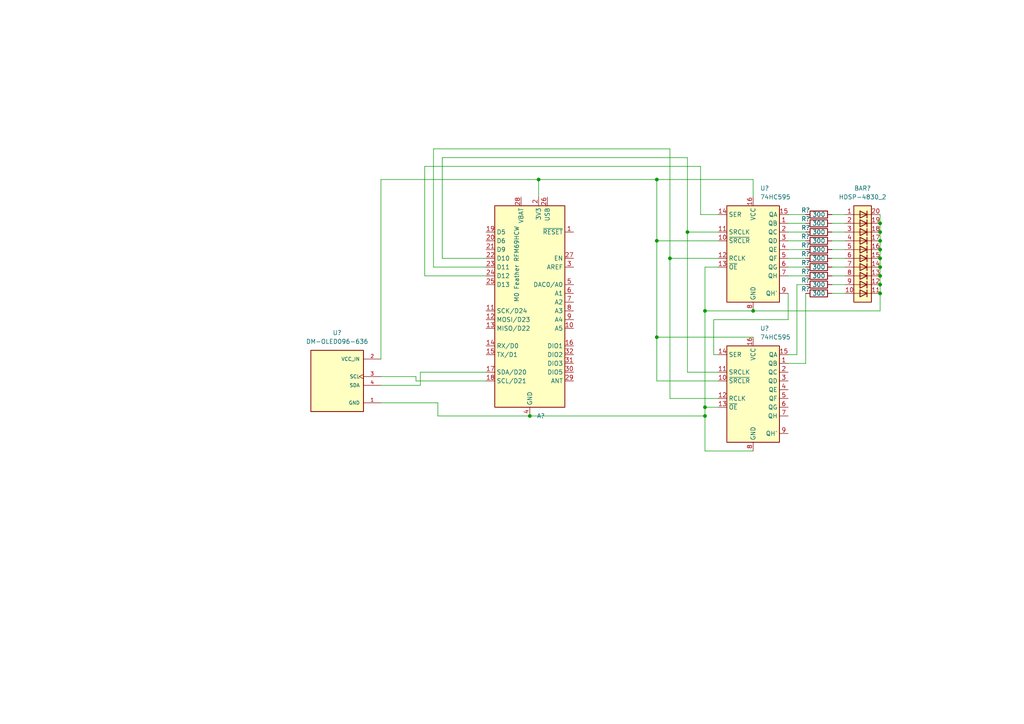
<source format=kicad_sch>
(kicad_sch (version 20211123) (generator eeschema)
  (paper "A4")
  (lib_symbols
    (symbol "74xx:74HC595"
      (property "Reference" "U" (at -7.62 13.97 0))
      (property "Value" "74HC595" (at -7.62 -16.51 0))
      (symbol "74HC595_1_0"
        (pin tri_state line (at 10.16 7.62 180) (length 2.54) (name "QB") (number "1"))
        (pin input line (at -10.16 2.54 0) (length 2.54) (name "~{SRCLR}") (number "10"))
        (pin input line (at -10.16 5.08 0) (length 2.54) (name "SRCLK") (number "11"))
        (pin input line (at -10.16 -2.54 0) (length 2.54) (name "RCLK") (number "12"))
        (pin input line (at -10.16 -5.08 0) (length 2.54) (name "~{OE}") (number "13"))
        (pin input line (at -10.16 10.16 0) (length 2.54) (name "SER") (number "14"))
        (pin tri_state line (at 10.16 10.16 180) (length 2.54) (name "QA") (number "15"))
        (pin power_in line (at 0 15.24 270) (length 2.54) (name "VCC") (number "16"))
        (pin tri_state line (at 10.16 5.08 180) (length 2.54) (name "QC") (number "2"))
        (pin tri_state line (at 10.16 2.54 180) (length 2.54) (name "QD") (number "3"))
        (pin tri_state line (at 10.16 0 180) (length 2.54) (name "QE") (number "4"))
        (pin tri_state line (at 10.16 -2.54 180) (length 2.54) (name "QF") (number "5"))
        (pin tri_state line (at 10.16 -5.08 180) (length 2.54) (name "QG") (number "6"))
        (pin tri_state line (at 10.16 -7.62 180) (length 2.54) (name "QH") (number "7"))
        (pin power_in line (at 0 -17.78 90) (length 2.54) (name "GND") (number "8"))
        (pin output line (at 10.16 -12.7 180) (length 2.54) (name "QH'") (number "9"))
      )
      (symbol "74HC595_1_1"
        (rectangle (start -7.62 12.7) (end 7.62 -15.24) (stroke (width 0.254)) (fill (type background)))
      )
    )
    (symbol "DM-OLED096-636:DM-OLED096-636" (pin_names (offset 1.016))
      (property "Reference" "U" (at -7.62 10.922 0))
      (property "Value" "DM-OLED096-636" (at -7.62 -10.16 0))
      (symbol "DM-OLED096-636_0_0"
        (rectangle (start -7.62 -7.62) (end 7.62 10.16) (stroke (width 0.254)) (fill (type background)))
        (pin power_in line (at 12.7 -5.08 180) (length 5.08) (name "GND") (number "1"))
        (pin power_in line (at 12.7 7.62 180) (length 5.08) (name "VCC_IN") (number "2"))
        (pin input clock (at 12.7 2.54 180) (length 5.08) (name "SCL") (number "3"))
        (pin bidirectional line (at 12.7 0 180) (length 5.08) (name "SDA") (number "4"))
      )
    )
    (symbol "Device:R" (pin_numbers hide) (pin_names (offset 0))
      (property "Reference" "R" (at 2.032 0 90))
      (property "Value" "R" (at 0 0 90))
      (symbol "R_0_1"
        (rectangle (start -1.016 -2.54) (end 1.016 2.54) (stroke (width 0.254)))
      )
      (symbol "R_1_1"
        (pin passive line (at 0 3.81 270) (length 1.27) (name "~") (number "1"))
        (pin passive line (at 0 -3.81 90) (length 1.27) (name "~") (number "2"))
      )
    )
    (symbol "LED:HDSP-4830_2" (pin_names (offset 1.016) hide)
      (property "Reference" "BAR" (at 0 15.24 0))
      (property "Value" "HDSP-4830_2" (at 0 -17.78 0))
      (symbol "HDSP-4830_2_0_1"
        (rectangle (start -2.54 12.7) (end 2.54 -15.24) (stroke (width 0.254)) (fill (type background)))
        (polyline (pts (xy -2.54 -12.7) (xy 2.54 -12.7)))
        (polyline (pts (xy -2.54 -10.16) (xy 2.54 -10.16)))
        (polyline (pts (xy -2.54 -7.62) (xy 2.54 -7.62)))
        (polyline (pts (xy -2.54 -5.08) (xy 2.54 -5.08)))
        (polyline (pts (xy -2.54 0) (xy 2.54 0)))
        (polyline (pts (xy -2.54 5.08) (xy 2.54 5.08)))
        (polyline (pts (xy -2.54 7.62) (xy 2.54 7.62)))
        (polyline (pts (xy -2.54 10.16) (xy 2.54 10.16)))
        (polyline (pts (xy 1.27 -11.684) (xy 1.27 -13.716)) (stroke (width 0.254)))
        (polyline (pts (xy 1.27 -9.144) (xy 1.27 -11.176)) (stroke (width 0.254)))
        (polyline (pts (xy 1.27 -6.604) (xy 1.27 -8.636)) (stroke (width 0.254)))
        (polyline (pts (xy 1.27 -4.064) (xy 1.27 -6.096)) (stroke (width 0.254)))
        (polyline (pts (xy 1.27 -1.524) (xy 1.27 -3.556)) (stroke (width 0.254)))
        (polyline (pts (xy 1.27 1.016) (xy 1.27 -1.016)) (stroke (width 0.254)))
        (polyline (pts (xy 1.27 3.556) (xy 1.27 1.524)) (stroke (width 0.254)))
        (polyline (pts (xy 1.27 6.096) (xy 1.27 4.064)) (stroke (width 0.254)))
        (polyline (pts (xy 1.27 8.636) (xy 1.27 6.604)) (stroke (width 0.254)))
        (polyline (pts (xy 1.27 11.176) (xy 1.27 9.144)) (stroke (width 0.254)))
        (polyline (pts (xy 2.54 -2.54) (xy -2.54 -2.54)))
        (polyline (pts (xy 2.54 2.54) (xy -2.54 2.54)))
        (polyline (pts (xy -0.762 -11.684) (xy -0.762 -13.716) (xy 1.27 -12.7) (xy -0.762 -11.684)) (stroke (width 0.254)))
        (polyline (pts (xy -0.762 -9.144) (xy -0.762 -11.176) (xy 1.27 -10.16) (xy -0.762 -9.144)) (stroke (width 0.254)))
        (polyline (pts (xy -0.762 -6.604) (xy -0.762 -8.636) (xy 1.27 -7.62) (xy -0.762 -6.604)) (stroke (width 0.254)))
        (polyline (pts (xy -0.762 -4.064) (xy -0.762 -6.096) (xy 1.27 -5.08) (xy -0.762 -4.064)) (stroke (width 0.254)))
        (polyline (pts (xy -0.762 -1.524) (xy -0.762 -3.556) (xy 1.27 -2.54) (xy -0.762 -1.524)) (stroke (width 0.254)))
        (polyline (pts (xy -0.762 1.016) (xy -0.762 -1.016) (xy 1.27 0) (xy -0.762 1.016)) (stroke (width 0.254)))
        (polyline (pts (xy -0.762 3.556) (xy -0.762 1.524) (xy 1.27 2.54) (xy -0.762 3.556)) (stroke (width 0.254)))
        (polyline (pts (xy -0.762 6.096) (xy -0.762 4.064) (xy 1.27 5.08) (xy -0.762 6.096)) (stroke (width 0.254)))
        (polyline (pts (xy -0.762 8.636) (xy -0.762 6.604) (xy 1.27 7.62) (xy -0.762 8.636)) (stroke (width 0.254)))
        (polyline (pts (xy -0.762 11.176) (xy -0.762 9.144) (xy 1.27 10.16) (xy -0.762 11.176)) (stroke (width 0.254)))
      )
      (symbol "HDSP-4830_2_1_1"
        (pin passive line (at -5.08 10.16 0) (length 2.54) (name "A") (number "1"))
        (pin passive line (at -5.08 -12.7 0) (length 2.54) (name "A") (number "10"))
        (pin passive line (at 5.08 -12.7 180) (length 2.54) (name "K") (number "11"))
        (pin passive line (at 5.08 -10.16 180) (length 2.54) (name "K") (number "12"))
        (pin passive line (at 5.08 -7.62 180) (length 2.54) (name "K") (number "13"))
        (pin passive line (at 5.08 -5.08 180) (length 2.54) (name "K") (number "14"))
        (pin passive line (at 5.08 -2.54 180) (length 2.54) (name "K") (number "15"))
        (pin passive line (at 5.08 0 180) (length 2.54) (name "K") (number "16"))
        (pin passive line (at 5.08 2.54 180) (length 2.54) (name "K") (number "17"))
        (pin passive line (at 5.08 5.08 180) (length 2.54) (name "K") (number "18"))
        (pin passive line (at 5.08 7.62 180) (length 2.54) (name "K") (number "19"))
        (pin passive line (at -5.08 7.62 0) (length 2.54) (name "A") (number "2"))
        (pin passive line (at 5.08 10.16 180) (length 2.54) (name "K") (number "20"))
        (pin passive line (at -5.08 5.08 0) (length 2.54) (name "A") (number "3"))
        (pin passive line (at -5.08 2.54 0) (length 2.54) (name "A") (number "4"))
        (pin passive line (at -5.08 0 0) (length 2.54) (name "A") (number "5"))
        (pin passive line (at -5.08 -2.54 0) (length 2.54) (name "A") (number "6"))
        (pin passive line (at -5.08 -5.08 0) (length 2.54) (name "A") (number "7"))
        (pin passive line (at -5.08 -7.62 0) (length 2.54) (name "A") (number "8"))
        (pin passive line (at -5.08 -10.16 0) (length 2.54) (name "A") (number "9"))
      )
    )
    (symbol "MCU_Module:Adafruit_Feather_M0_RFM69HCW_Packet_Radio"
      (property "Reference" "A" (at -10.16 29.21 0))
      (property "Value" "Adafruit_Feather_M0_RFM69HCW_Packet_Radio" (at 2.54 -31.75 0))
      (symbol "Adafruit_Feather_M0_RFM69HCW_Packet_Radio_0_1"
        (rectangle (start -10.16 27.94) (end 10.16 -30.48) (stroke (width 0.254)) (fill (type background)))
      )
      (symbol "Adafruit_Feather_M0_RFM69HCW_Packet_Radio_1_1"
        (pin input line (at 12.7 20.32 180) (length 2.54) (name "~{RESET}") (number "1"))
        (pin bidirectional line (at 12.7 -7.62 180) (length 2.54) (name "A5") (number "10"))
        (pin bidirectional line (at -12.7 -2.54 0) (length 2.54) (name "SCK/D24") (number "11"))
        (pin bidirectional line (at -12.7 -5.08 0) (length 2.54) (name "MOSI/D23") (number "12"))
        (pin bidirectional line (at -12.7 -7.62 0) (length 2.54) (name "MISO/D22") (number "13"))
        (pin bidirectional line (at -12.7 -12.7 0) (length 2.54) (name "RX/D0") (number "14"))
        (pin bidirectional line (at -12.7 -15.24 0) (length 2.54) (name "TX/D1") (number "15"))
        (pin bidirectional line (at 12.7 -12.7 180) (length 2.54) (name "DIO1") (number "16"))
        (pin bidirectional line (at -12.7 -20.32 0) (length 2.54) (name "SDA/D20") (number "17"))
        (pin bidirectional line (at -12.7 -22.86 0) (length 2.54) (name "SCL/D21") (number "18"))
        (pin bidirectional line (at -12.7 20.32 0) (length 2.54) (name "D5") (number "19"))
        (pin power_in line (at 2.54 30.48 270) (length 2.54) (name "3V3") (number "2"))
        (pin bidirectional line (at -12.7 17.78 0) (length 2.54) (name "D6") (number "20"))
        (pin bidirectional line (at -12.7 15.24 0) (length 2.54) (name "D9") (number "21"))
        (pin bidirectional line (at -12.7 12.7 0) (length 2.54) (name "D10") (number "22"))
        (pin bidirectional line (at -12.7 10.16 0) (length 2.54) (name "D11") (number "23"))
        (pin bidirectional line (at -12.7 7.62 0) (length 2.54) (name "D12") (number "24"))
        (pin bidirectional line (at -12.7 5.08 0) (length 2.54) (name "D13") (number "25"))
        (pin power_in line (at 5.08 30.48 270) (length 2.54) (name "USB") (number "26"))
        (pin input line (at 12.7 12.7 180) (length 2.54) (name "EN") (number "27"))
        (pin power_in line (at -2.54 30.48 270) (length 2.54) (name "VBAT") (number "28"))
        (pin bidirectional line (at 12.7 -22.86 180) (length 2.54) (name "ANT") (number "29"))
        (pin input line (at 12.7 10.16 180) (length 2.54) (name "AREF") (number "3"))
        (pin bidirectional line (at 12.7 -20.32 180) (length 2.54) (name "DIO5") (number "30"))
        (pin bidirectional line (at 12.7 -17.78 180) (length 2.54) (name "DIO3") (number "31"))
        (pin bidirectional line (at 12.7 -15.24 180) (length 2.54) (name "DIO2") (number "32"))
        (pin power_in line (at 0 -33.02 90) (length 2.54) (name "GND") (number "4"))
        (pin bidirectional line (at 12.7 5.08 180) (length 2.54) (name "DAC0/A0") (number "5"))
        (pin bidirectional line (at 12.7 2.54 180) (length 2.54) (name "A1") (number "6"))
        (pin bidirectional line (at 12.7 0 180) (length 2.54) (name "A2") (number "7"))
        (pin bidirectional line (at 12.7 -2.54 180) (length 2.54) (name "A3") (number "8"))
        (pin bidirectional line (at 12.7 -5.08 180) (length 2.54) (name "A4") (number "9"))
      )
    )
  )
  (junction (at 204.47 120.65))
  (junction (at 218.44 90.17))
  (junction (at 255.27 82.55))
  (junction (at 255.27 85.09))
  (junction (at 255.27 72.39))
  (junction (at 255.27 67.31))
  (junction (at 255.27 80.01))
  (junction (at 156.21 52.07))
  (junction (at 190.5 69.85))
  (junction (at 204.47 118.11))
  (junction (at 255.27 69.85))
  (junction (at 255.27 74.93))
  (junction (at 190.5 52.07))
  (junction (at 153.67 120.65))
  (junction (at 190.5 97.79))
  (junction (at 204.47 90.17))
  (junction (at 194.31 74.93))
  (junction (at 255.27 77.47))
  (junction (at 199.39 67.31))
  (junction (at 255.27 64.77))
  (wire (pts (xy 204.47 90.17) (xy 204.47 118.11)))
  (wire (pts (xy 255.27 72.39) (xy 255.27 74.93)))
  (wire (pts (xy 241.3 64.77) (xy 245.11 64.77)))
  (wire (pts (xy 241.3 74.93) (xy 245.11 74.93)))
  (wire (pts (xy 199.39 45.72) (xy 199.39 67.31)))
  (wire (pts (xy 125.73 43.18) (xy 125.73 77.47)))
  (wire (pts (xy 218.44 90.17) (xy 204.47 90.17)))
  (wire (pts (xy 194.31 43.18) (xy 125.73 43.18)))
  (wire (pts (xy 228.6 69.85) (xy 233.68 69.85)))
  (wire (pts (xy 127 116.84) (xy 127 120.65)))
  (wire (pts (xy 156.21 52.07) (xy 156.21 57.15)))
  (wire (pts (xy 120.65 110.49) (xy 120.65 109.22)))
  (wire (pts (xy 120.65 109.22) (xy 110.49 109.22)))
  (wire (pts (xy 190.5 52.07) (xy 190.5 69.85)))
  (wire (pts (xy 123.19 80.01) (xy 123.19 48.26)))
  (wire (pts (xy 190.5 52.07) (xy 218.44 52.07)))
  (wire (pts (xy 204.47 77.47) (xy 204.47 90.17)))
  (wire (pts (xy 194.31 74.93) (xy 194.31 43.18)))
  (wire (pts (xy 208.28 77.47) (xy 204.47 77.47)))
  (wire (pts (xy 241.3 82.55) (xy 245.11 82.55)))
  (wire (pts (xy 199.39 67.31) (xy 199.39 107.95)))
  (wire (pts (xy 156.21 52.07) (xy 190.5 52.07)))
  (wire (pts (xy 199.39 45.72) (xy 128.27 45.72)))
  (wire (pts (xy 228.6 102.87) (xy 231.14 102.87)))
  (wire (pts (xy 203.2 62.23) (xy 208.28 62.23)))
  (wire (pts (xy 241.3 69.85) (xy 245.11 69.85)))
  (wire (pts (xy 140.97 80.01) (xy 123.19 80.01)))
  (wire (pts (xy 140.97 110.49) (xy 120.65 110.49)))
  (wire (pts (xy 203.2 48.26) (xy 203.2 62.23)))
  (wire (pts (xy 255.27 62.23) (xy 255.27 64.77)))
  (wire (pts (xy 241.3 67.31) (xy 245.11 67.31)))
  (wire (pts (xy 121.92 107.95) (xy 140.97 107.95)))
  (wire (pts (xy 110.49 116.84) (xy 127 116.84)))
  (wire (pts (xy 255.27 74.93) (xy 255.27 77.47)))
  (wire (pts (xy 231.14 102.87) (xy 231.14 82.55)))
  (wire (pts (xy 218.44 90.17) (xy 255.27 90.17)))
  (wire (pts (xy 110.49 104.14) (xy 110.49 52.07)))
  (wire (pts (xy 228.6 64.77) (xy 233.68 64.77)))
  (wire (pts (xy 228.6 67.31) (xy 233.68 67.31)))
  (wire (pts (xy 208.28 115.57) (xy 194.31 115.57)))
  (wire (pts (xy 127 120.65) (xy 153.67 120.65)))
  (wire (pts (xy 190.5 110.49) (xy 190.5 97.79)))
  (wire (pts (xy 255.27 69.85) (xy 255.27 72.39)))
  (wire (pts (xy 255.27 80.01) (xy 255.27 82.55)))
  (wire (pts (xy 190.5 69.85) (xy 190.5 97.79)))
  (wire (pts (xy 204.47 130.81) (xy 218.44 130.81)))
  (wire (pts (xy 255.27 67.31) (xy 255.27 69.85)))
  (wire (pts (xy 194.31 115.57) (xy 194.31 74.93)))
  (wire (pts (xy 125.73 77.47) (xy 140.97 77.47)))
  (wire (pts (xy 241.3 72.39) (xy 245.11 72.39)))
  (wire (pts (xy 241.3 80.01) (xy 245.11 80.01)))
  (wire (pts (xy 228.6 62.23) (xy 233.68 62.23)))
  (wire (pts (xy 228.6 85.09) (xy 228.6 92.71)))
  (wire (pts (xy 241.3 85.09) (xy 245.11 85.09)))
  (wire (pts (xy 208.28 110.49) (xy 190.5 110.49)))
  (wire (pts (xy 218.44 57.15) (xy 218.44 52.07)))
  (wire (pts (xy 121.92 111.76) (xy 121.92 107.95)))
  (wire (pts (xy 208.28 107.95) (xy 199.39 107.95)))
  (wire (pts (xy 190.5 69.85) (xy 208.28 69.85)))
  (wire (pts (xy 228.6 80.01) (xy 233.68 80.01)))
  (wire (pts (xy 255.27 64.77) (xy 255.27 67.31)))
  (wire (pts (xy 207.01 92.71) (xy 207.01 102.87)))
  (wire (pts (xy 255.27 77.47) (xy 255.27 80.01)))
  (wire (pts (xy 204.47 118.11) (xy 208.28 118.11)))
  (wire (pts (xy 255.27 82.55) (xy 255.27 85.09)))
  (wire (pts (xy 128.27 45.72) (xy 128.27 74.93)))
  (wire (pts (xy 110.49 52.07) (xy 156.21 52.07)))
  (wire (pts (xy 241.3 77.47) (xy 245.11 77.47)))
  (wire (pts (xy 208.28 67.31) (xy 199.39 67.31)))
  (wire (pts (xy 228.6 92.71) (xy 207.01 92.71)))
  (wire (pts (xy 208.28 74.93) (xy 194.31 74.93)))
  (wire (pts (xy 241.3 62.23) (xy 245.11 62.23)))
  (wire (pts (xy 153.67 120.65) (xy 204.47 120.65)))
  (wire (pts (xy 233.68 105.41) (xy 228.6 105.41)))
  (wire (pts (xy 207.01 102.87) (xy 208.28 102.87)))
  (wire (pts (xy 255.27 90.17) (xy 255.27 85.09)))
  (wire (pts (xy 110.49 111.76) (xy 121.92 111.76)))
  (wire (pts (xy 228.6 77.47) (xy 233.68 77.47)))
  (wire (pts (xy 204.47 120.65) (xy 204.47 130.81)))
  (wire (pts (xy 231.14 82.55) (xy 233.68 82.55)))
  (wire (pts (xy 123.19 48.26) (xy 203.2 48.26)))
  (wire (pts (xy 128.27 74.93) (xy 140.97 74.93)))
  (wire (pts (xy 233.68 85.09) (xy 233.68 105.41)))
  (wire (pts (xy 218.44 97.79) (xy 190.5 97.79)))
  (wire (pts (xy 228.6 72.39) (xy 233.68 72.39)))
  (wire (pts (xy 204.47 118.11) (xy 204.47 120.65)))
  (wire (pts (xy 228.6 74.93) (xy 233.68 74.93)))
  (symbol (lib_id "74xx:74HC595") (at 218.44 113.03 0) (unit 1)
    (property "Reference" "U?" (at 220.4594 95.25 0) (effects (justify left)))
    (property "Value" "74HC595" (at 220.4594 97.79 0) (effects (justify left)))
    (property "Datasheet" "http://www.ti.com/lit/ds/symlink/sn74hc595.pdf" (effects hide))
  )
  (symbol (lib_id "74xx:74HC595") (at 218.44 72.39 0) (unit 1)
    (property "Reference" "U?" (at 220.4594 54.61 0) (effects (justify left)))
    (property "Value" "74HC595" (at 220.4594 57.15 0) (effects (justify left)))
    (property "Datasheet" "http://www.ti.com/lit/ds/symlink/sn74hc595.pdf" (effects hide))
  )
  (symbol (lib_id "Device:R") (at 237.49 69.85 90) (unit 1)
    (property "Reference" "R?" (at 233.68 68.58 90))
    (property "Value" "300" (at 237.49 69.85 90))
  )
  (symbol (lib_id "Device:R") (at 237.49 62.23 90) (unit 1)
    (property "Reference" "R?" (at 233.68 60.96 90))
    (property "Value" "300" (at 237.49 62.23 90))
  )
  (symbol (lib_id "Device:R") (at 237.49 72.39 90) (unit 1)
    (property "Reference" "R?" (at 233.68 71.12 90))
    (property "Value" "300" (at 237.49 72.39 90))
  )
  (symbol (lib_id "Device:R") (at 237.49 82.55 90) (unit 1)
    (property "Reference" "R?" (at 233.68 81.28 90))
    (property "Value" "300" (at 237.49 82.55 90))
  )
  (symbol (lib_id "Device:R") (at 237.49 85.09 90) (unit 1)
    (property "Reference" "R?" (at 233.68 83.82 90))
    (property "Value" "300" (at 237.49 85.09 90))
  )
  (symbol (lib_id "Device:R") (at 237.49 64.77 90) (unit 1)
    (property "Reference" "R?" (at 233.68 63.5 90))
    (property "Value" "300" (at 237.49 64.77 90))
  )
  (symbol (lib_id "Device:R") (at 237.49 77.47 90) (unit 1)
    (property "Reference" "R?" (at 233.68 76.2 90))
    (property "Value" "300" (at 237.49 77.47 90))
  )
  (symbol (lib_id "Device:R") (at 237.49 80.01 90) (unit 1)
    (property "Reference" "R?" (at 233.68 78.74 90))
    (property "Value" "300" (at 237.49 80.01 90))
  )
  (symbol (lib_id "LED:HDSP-4830_2") (at 250.19 72.39 0) (unit 1)
    (property "Reference" "BAR?" (at 250.19 54.61 0))
    (property "Value" "HDSP-4830_2" (at 250.19 57.15 0))
    (property "Footprint" "Display:HDSP-4830" (effects hide))
    (property "Datasheet" "https://docs.broadcom.com/docs/AV02-1798EN" (effects hide))
  )
  (symbol (lib_id "Device:R") (at 237.49 67.31 90) (unit 1)
    (property "Reference" "R?" (at 233.68 66.04 90))
    (property "Value" "300" (at 237.49 67.31 90))
  )
  (symbol (lib_id "DM-OLED096-636:DM-OLED096-636") (at 97.79 111.76 0) (unit 1)
    (property "Reference" "U?" (at 97.79 96.52 0))
    (property "Value" "DM-OLED096-636" (at 97.79 99.06 0))
    (property "Footprint" "DM-OLED096-636:MODULE_DM-OLED096-636" (effects hide))
    (property "MF" "Display Module" (effects hide))
    (property "MAXIMUM_PACKAGE_HEIGHT" "11.3 mm" (effects hide))
    (property "Package" "Package" (effects hide))
    (property "Price" "None" (effects hide))
    (property "Check_prices" "https://www.snapeda.com/parts/DM-OLED096-636/Display+Module/view-part/?ref=eda" (effects hide))
    (property "STANDARD" "Manufacturer Recommendations" (effects hide))
    (property "PARTREV" "2018-09-10" (effects hide))
    (property "SnapEDA_Link" "https://www.snapeda.com/parts/DM-OLED096-636/Display+Module/view-part/?ref=snap" (effects hide))
    (property "MP" "DM-OLED096-636" (effects hide))
    (property "Description" "\n0.96” 128 X 64 MONOCHROME GRAPHIC OLED DISPLAY MODULE - I2C\n" (effects hide))
    (property "Availability" "Not in stock" (effects hide))
    (property "MANUFACTURER" "Displaymodule" (effects hide))
  )
  (symbol (lib_id "MCU_Module:Adafruit_Feather_M0_RFM69HCW_Packet_Radio") (at 153.67 87.63 0) (unit 1)
    (property "Reference" "A?" (at 155.6894 120.65 0) (effects (justify left)))
    (property "Value" "M0 Feather RFM69HCW" (at 149.86 87.63 90) (effects (justify left)))
    (property "Footprint" "Module:Adafruit_Feather_M0_RFM" (effects hide))
    (property "Datasheet" "https://cdn-learn.adafruit.com/downloads/pdf/adafruit-feather-m0-radio-with-rfm69-packet-radio.pdf" (effects hide))
  )
  (symbol (lib_id "Device:R") (at 237.49 74.93 90) (unit 1)
    (property "Reference" "R?" (at 233.68 73.66 90))
    (property "Value" "300" (at 237.49 74.93 90))
  )
)
</source>
